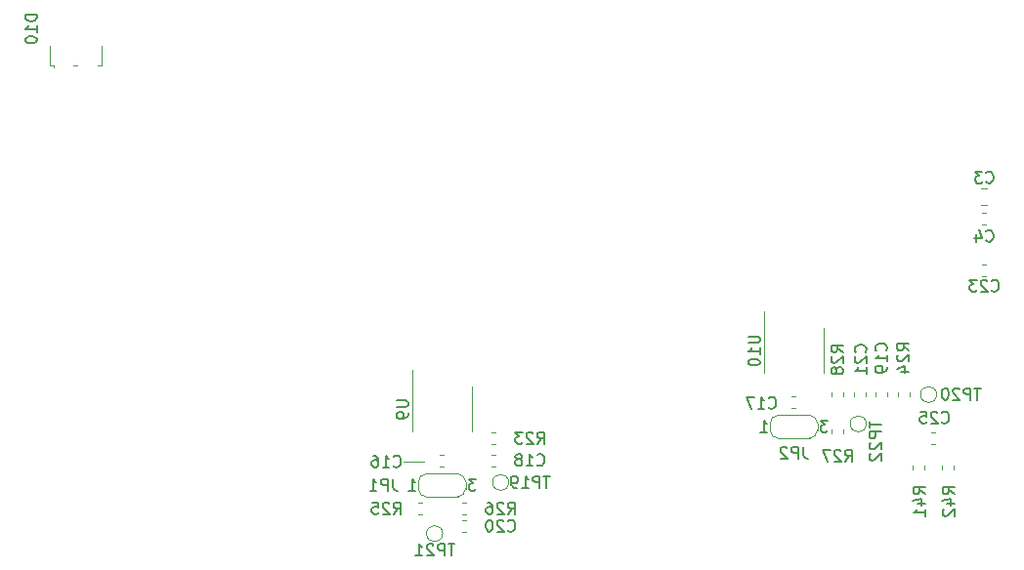
<source format=gbo>
G04 #@! TF.GenerationSoftware,KiCad,Pcbnew,(5.1.2)-1*
G04 #@! TF.CreationDate,2020-04-21T09:17:00+09:00*
G04 #@! TF.ProjectId,InverterBoard,496e7665-7274-4657-9242-6f6172642e6b,rev?*
G04 #@! TF.SameCoordinates,Original*
G04 #@! TF.FileFunction,Legend,Bot*
G04 #@! TF.FilePolarity,Positive*
%FSLAX46Y46*%
G04 Gerber Fmt 4.6, Leading zero omitted, Abs format (unit mm)*
G04 Created by KiCad (PCBNEW (5.1.2)-1) date 2020-04-21 09:17:00*
%MOMM*%
%LPD*%
G04 APERTURE LIST*
%ADD10C,0.120000*%
%ADD11C,0.150000*%
G04 APERTURE END LIST*
D10*
X-8382000Y-26162000D02*
X-6604000Y-26162000D01*
X-5242779Y-25525000D02*
X-4917221Y-25525000D01*
X-5242779Y-26545000D02*
X-4917221Y-26545000D01*
X25237221Y-20445000D02*
X25562779Y-20445000D01*
X25237221Y-21465000D02*
X25562779Y-21465000D01*
X-472221Y-25525000D02*
X-797779Y-25525000D01*
X-472221Y-26545000D02*
X-797779Y-26545000D01*
X33530000Y-20482779D02*
X33530000Y-20157221D01*
X32510000Y-20482779D02*
X32510000Y-20157221D01*
X-3337779Y-31240000D02*
X-3012221Y-31240000D01*
X-3337779Y-32260000D02*
X-3012221Y-32260000D01*
X30605000Y-20482779D02*
X30605000Y-20157221D01*
X31625000Y-20482779D02*
X31625000Y-20157221D01*
X42072779Y-9015000D02*
X41747221Y-9015000D01*
X42072779Y-10035000D02*
X41747221Y-10035000D01*
X37302221Y-23620000D02*
X37627779Y-23620000D01*
X37302221Y-24640000D02*
X37627779Y-24640000D01*
X-34570000Y8270000D02*
X-34910000Y8270000D01*
X-38750000Y8270000D02*
X-39090000Y8270000D01*
X-39090000Y8270000D02*
X-39090000Y9930000D01*
X-34570000Y9930000D02*
X-34570000Y8270000D01*
X-38750000Y8030000D02*
X-38750000Y8270000D01*
X-36990000Y8270000D02*
X-36670000Y8270000D01*
X-7130000Y-28494000D02*
G75*
G03X-6430000Y-29194000I700000J0D01*
G01*
X-6430000Y-27194000D02*
G75*
G03X-7130000Y-27894000I0J-700000D01*
G01*
X-3030000Y-27894000D02*
G75*
G03X-3730000Y-27194000I-700000J0D01*
G01*
X-3730000Y-29194000D02*
G75*
G03X-3030000Y-28494000I0J700000D01*
G01*
X-6480000Y-29194000D02*
X-3680000Y-29194000D01*
X-3030000Y-28494000D02*
X-3030000Y-27894000D01*
X-3680000Y-27194000D02*
X-6480000Y-27194000D01*
X-7130000Y-27894000D02*
X-7130000Y-28494000D01*
X23350000Y-22814000D02*
X23350000Y-23414000D01*
X26800000Y-22114000D02*
X24000000Y-22114000D01*
X27450000Y-23414000D02*
X27450000Y-22814000D01*
X24000000Y-24114000D02*
X26800000Y-24114000D01*
X26750000Y-24114000D02*
G75*
G03X27450000Y-23414000I0J700000D01*
G01*
X27450000Y-22814000D02*
G75*
G03X26750000Y-22114000I-700000J0D01*
G01*
X24050000Y-22114000D02*
G75*
G03X23350000Y-22814000I0J-700000D01*
G01*
X23350000Y-23414000D02*
G75*
G03X24050000Y-24114000I700000J0D01*
G01*
X-472221Y-24640000D02*
X-797779Y-24640000D01*
X-472221Y-23620000D02*
X-797779Y-23620000D01*
X35435000Y-20482779D02*
X35435000Y-20157221D01*
X34415000Y-20482779D02*
X34415000Y-20157221D01*
X-7147779Y-29716000D02*
X-6822221Y-29716000D01*
X-7147779Y-30736000D02*
X-6822221Y-30736000D01*
X-3337779Y-30736000D02*
X-3012221Y-30736000D01*
X-3337779Y-29716000D02*
X-3012221Y-29716000D01*
X28700000Y-23657779D02*
X28700000Y-23332221D01*
X29720000Y-23657779D02*
X29720000Y-23332221D01*
X29720000Y-20482779D02*
X29720000Y-20157221D01*
X28700000Y-20482779D02*
X28700000Y-20157221D01*
X35685000Y-26507221D02*
X35685000Y-26832779D01*
X36705000Y-26507221D02*
X36705000Y-26832779D01*
X39245000Y-26507221D02*
X39245000Y-26832779D01*
X38225000Y-26507221D02*
X38225000Y-26832779D01*
X-7640000Y-21590000D02*
X-7640000Y-18140000D01*
X-7640000Y-21590000D02*
X-7640000Y-23540000D01*
X-2520000Y-21590000D02*
X-2520000Y-19640000D01*
X-2520000Y-21590000D02*
X-2520000Y-23540000D01*
X22840000Y-16510000D02*
X22840000Y-13060000D01*
X22840000Y-16510000D02*
X22840000Y-18460000D01*
X27960000Y-16510000D02*
X27960000Y-14560000D01*
X27960000Y-16510000D02*
X27960000Y-18460000D01*
X42168578Y-2465000D02*
X41651422Y-2465000D01*
X42168578Y-3885000D02*
X41651422Y-3885000D01*
X42072779Y-4570000D02*
X41747221Y-4570000D01*
X42072779Y-5590000D02*
X41747221Y-5590000D01*
X700000Y-27940000D02*
G75*
G03X700000Y-27940000I-700000J0D01*
G01*
X37784000Y-20320000D02*
G75*
G03X37784000Y-20320000I-700000J0D01*
G01*
X-5015000Y-32385000D02*
G75*
G03X-5015000Y-32385000I-700000J0D01*
G01*
X31688000Y-22860000D02*
G75*
G03X31688000Y-22860000I-700000J0D01*
G01*
D11*
X-9263142Y-26519142D02*
X-9215523Y-26566761D01*
X-9072666Y-26614380D01*
X-8977428Y-26614380D01*
X-8834571Y-26566761D01*
X-8739333Y-26471523D01*
X-8691714Y-26376285D01*
X-8644095Y-26185809D01*
X-8644095Y-26042952D01*
X-8691714Y-25852476D01*
X-8739333Y-25757238D01*
X-8834571Y-25662000D01*
X-8977428Y-25614380D01*
X-9072666Y-25614380D01*
X-9215523Y-25662000D01*
X-9263142Y-25709619D01*
X-10215523Y-26614380D02*
X-9644095Y-26614380D01*
X-9929809Y-26614380D02*
X-9929809Y-25614380D01*
X-9834571Y-25757238D01*
X-9739333Y-25852476D01*
X-9644095Y-25900095D01*
X-11072666Y-25614380D02*
X-10882190Y-25614380D01*
X-10786952Y-25662000D01*
X-10739333Y-25709619D01*
X-10644095Y-25852476D01*
X-10596476Y-26042952D01*
X-10596476Y-26423904D01*
X-10644095Y-26519142D01*
X-10691714Y-26566761D01*
X-10786952Y-26614380D01*
X-10977428Y-26614380D01*
X-11072666Y-26566761D01*
X-11120285Y-26519142D01*
X-11167904Y-26423904D01*
X-11167904Y-26185809D01*
X-11120285Y-26090571D01*
X-11072666Y-26042952D01*
X-10977428Y-25995333D01*
X-10786952Y-25995333D01*
X-10691714Y-26042952D01*
X-10644095Y-26090571D01*
X-10596476Y-26185809D01*
X23248857Y-21439142D02*
X23296476Y-21486761D01*
X23439333Y-21534380D01*
X23534571Y-21534380D01*
X23677428Y-21486761D01*
X23772666Y-21391523D01*
X23820285Y-21296285D01*
X23867904Y-21105809D01*
X23867904Y-20962952D01*
X23820285Y-20772476D01*
X23772666Y-20677238D01*
X23677428Y-20582000D01*
X23534571Y-20534380D01*
X23439333Y-20534380D01*
X23296476Y-20582000D01*
X23248857Y-20629619D01*
X22296476Y-21534380D02*
X22867904Y-21534380D01*
X22582190Y-21534380D02*
X22582190Y-20534380D01*
X22677428Y-20677238D01*
X22772666Y-20772476D01*
X22867904Y-20820095D01*
X21963142Y-20534380D02*
X21296476Y-20534380D01*
X21725047Y-21534380D01*
X3182857Y-26392142D02*
X3230476Y-26439761D01*
X3373333Y-26487380D01*
X3468571Y-26487380D01*
X3611428Y-26439761D01*
X3706666Y-26344523D01*
X3754285Y-26249285D01*
X3801904Y-26058809D01*
X3801904Y-25915952D01*
X3754285Y-25725476D01*
X3706666Y-25630238D01*
X3611428Y-25535000D01*
X3468571Y-25487380D01*
X3373333Y-25487380D01*
X3230476Y-25535000D01*
X3182857Y-25582619D01*
X2230476Y-26487380D02*
X2801904Y-26487380D01*
X2516190Y-26487380D02*
X2516190Y-25487380D01*
X2611428Y-25630238D01*
X2706666Y-25725476D01*
X2801904Y-25773095D01*
X1659047Y-25915952D02*
X1754285Y-25868333D01*
X1801904Y-25820714D01*
X1849523Y-25725476D01*
X1849523Y-25677857D01*
X1801904Y-25582619D01*
X1754285Y-25535000D01*
X1659047Y-25487380D01*
X1468571Y-25487380D01*
X1373333Y-25535000D01*
X1325714Y-25582619D01*
X1278095Y-25677857D01*
X1278095Y-25725476D01*
X1325714Y-25820714D01*
X1373333Y-25868333D01*
X1468571Y-25915952D01*
X1659047Y-25915952D01*
X1754285Y-25963571D01*
X1801904Y-26011190D01*
X1849523Y-26106428D01*
X1849523Y-26296904D01*
X1801904Y-26392142D01*
X1754285Y-26439761D01*
X1659047Y-26487380D01*
X1468571Y-26487380D01*
X1373333Y-26439761D01*
X1325714Y-26392142D01*
X1278095Y-26296904D01*
X1278095Y-26106428D01*
X1325714Y-26011190D01*
X1373333Y-25963571D01*
X1468571Y-25915952D01*
X33377142Y-16502142D02*
X33424761Y-16454523D01*
X33472380Y-16311666D01*
X33472380Y-16216428D01*
X33424761Y-16073571D01*
X33329523Y-15978333D01*
X33234285Y-15930714D01*
X33043809Y-15883095D01*
X32900952Y-15883095D01*
X32710476Y-15930714D01*
X32615238Y-15978333D01*
X32520000Y-16073571D01*
X32472380Y-16216428D01*
X32472380Y-16311666D01*
X32520000Y-16454523D01*
X32567619Y-16502142D01*
X33472380Y-17454523D02*
X33472380Y-16883095D01*
X33472380Y-17168809D02*
X32472380Y-17168809D01*
X32615238Y-17073571D01*
X32710476Y-16978333D01*
X32758095Y-16883095D01*
X33472380Y-17930714D02*
X33472380Y-18121190D01*
X33424761Y-18216428D01*
X33377142Y-18264047D01*
X33234285Y-18359285D01*
X33043809Y-18406904D01*
X32662857Y-18406904D01*
X32567619Y-18359285D01*
X32520000Y-18311666D01*
X32472380Y-18216428D01*
X32472380Y-18025952D01*
X32520000Y-17930714D01*
X32567619Y-17883095D01*
X32662857Y-17835476D01*
X32900952Y-17835476D01*
X32996190Y-17883095D01*
X33043809Y-17930714D01*
X33091428Y-18025952D01*
X33091428Y-18216428D01*
X33043809Y-18311666D01*
X32996190Y-18359285D01*
X32900952Y-18406904D01*
X642857Y-32107142D02*
X690476Y-32154761D01*
X833333Y-32202380D01*
X928571Y-32202380D01*
X1071428Y-32154761D01*
X1166666Y-32059523D01*
X1214285Y-31964285D01*
X1261904Y-31773809D01*
X1261904Y-31630952D01*
X1214285Y-31440476D01*
X1166666Y-31345238D01*
X1071428Y-31250000D01*
X928571Y-31202380D01*
X833333Y-31202380D01*
X690476Y-31250000D01*
X642857Y-31297619D01*
X261904Y-31297619D02*
X214285Y-31250000D01*
X119047Y-31202380D01*
X-119047Y-31202380D01*
X-214285Y-31250000D01*
X-261904Y-31297619D01*
X-309523Y-31392857D01*
X-309523Y-31488095D01*
X-261904Y-31630952D01*
X309523Y-32202380D01*
X-309523Y-32202380D01*
X-928571Y-31202380D02*
X-1023809Y-31202380D01*
X-1119047Y-31250000D01*
X-1166666Y-31297619D01*
X-1214285Y-31392857D01*
X-1261904Y-31583333D01*
X-1261904Y-31821428D01*
X-1214285Y-32011904D01*
X-1166666Y-32107142D01*
X-1119047Y-32154761D01*
X-1023809Y-32202380D01*
X-928571Y-32202380D01*
X-833333Y-32154761D01*
X-785714Y-32107142D01*
X-738095Y-32011904D01*
X-690476Y-31821428D01*
X-690476Y-31583333D01*
X-738095Y-31392857D01*
X-785714Y-31297619D01*
X-833333Y-31250000D01*
X-928571Y-31202380D01*
X31599142Y-16629142D02*
X31646761Y-16581523D01*
X31694380Y-16438666D01*
X31694380Y-16343428D01*
X31646761Y-16200571D01*
X31551523Y-16105333D01*
X31456285Y-16057714D01*
X31265809Y-16010095D01*
X31122952Y-16010095D01*
X30932476Y-16057714D01*
X30837238Y-16105333D01*
X30742000Y-16200571D01*
X30694380Y-16343428D01*
X30694380Y-16438666D01*
X30742000Y-16581523D01*
X30789619Y-16629142D01*
X30789619Y-17010095D02*
X30742000Y-17057714D01*
X30694380Y-17152952D01*
X30694380Y-17391047D01*
X30742000Y-17486285D01*
X30789619Y-17533904D01*
X30884857Y-17581523D01*
X30980095Y-17581523D01*
X31122952Y-17533904D01*
X31694380Y-16962476D01*
X31694380Y-17581523D01*
X31694380Y-18533904D02*
X31694380Y-17962476D01*
X31694380Y-18248190D02*
X30694380Y-18248190D01*
X30837238Y-18152952D01*
X30932476Y-18057714D01*
X30980095Y-17962476D01*
X42552857Y-11279142D02*
X42600476Y-11326761D01*
X42743333Y-11374380D01*
X42838571Y-11374380D01*
X42981428Y-11326761D01*
X43076666Y-11231523D01*
X43124285Y-11136285D01*
X43171904Y-10945809D01*
X43171904Y-10802952D01*
X43124285Y-10612476D01*
X43076666Y-10517238D01*
X42981428Y-10422000D01*
X42838571Y-10374380D01*
X42743333Y-10374380D01*
X42600476Y-10422000D01*
X42552857Y-10469619D01*
X42171904Y-10469619D02*
X42124285Y-10422000D01*
X42029047Y-10374380D01*
X41790952Y-10374380D01*
X41695714Y-10422000D01*
X41648095Y-10469619D01*
X41600476Y-10564857D01*
X41600476Y-10660095D01*
X41648095Y-10802952D01*
X42219523Y-11374380D01*
X41600476Y-11374380D01*
X41267142Y-10374380D02*
X40648095Y-10374380D01*
X40981428Y-10755333D01*
X40838571Y-10755333D01*
X40743333Y-10802952D01*
X40695714Y-10850571D01*
X40648095Y-10945809D01*
X40648095Y-11183904D01*
X40695714Y-11279142D01*
X40743333Y-11326761D01*
X40838571Y-11374380D01*
X41124285Y-11374380D01*
X41219523Y-11326761D01*
X41267142Y-11279142D01*
X38234857Y-22709142D02*
X38282476Y-22756761D01*
X38425333Y-22804380D01*
X38520571Y-22804380D01*
X38663428Y-22756761D01*
X38758666Y-22661523D01*
X38806285Y-22566285D01*
X38853904Y-22375809D01*
X38853904Y-22232952D01*
X38806285Y-22042476D01*
X38758666Y-21947238D01*
X38663428Y-21852000D01*
X38520571Y-21804380D01*
X38425333Y-21804380D01*
X38282476Y-21852000D01*
X38234857Y-21899619D01*
X37853904Y-21899619D02*
X37806285Y-21852000D01*
X37711047Y-21804380D01*
X37472952Y-21804380D01*
X37377714Y-21852000D01*
X37330095Y-21899619D01*
X37282476Y-21994857D01*
X37282476Y-22090095D01*
X37330095Y-22232952D01*
X37901523Y-22804380D01*
X37282476Y-22804380D01*
X36377714Y-21804380D02*
X36853904Y-21804380D01*
X36901523Y-22280571D01*
X36853904Y-22232952D01*
X36758666Y-22185333D01*
X36520571Y-22185333D01*
X36425333Y-22232952D01*
X36377714Y-22280571D01*
X36330095Y-22375809D01*
X36330095Y-22613904D01*
X36377714Y-22709142D01*
X36425333Y-22756761D01*
X36520571Y-22804380D01*
X36758666Y-22804380D01*
X36853904Y-22756761D01*
X36901523Y-22709142D01*
X-40187619Y12644285D02*
X-41187619Y12644285D01*
X-41187619Y12406190D01*
X-41140000Y12263333D01*
X-41044761Y12168095D01*
X-40949523Y12120476D01*
X-40759047Y12072857D01*
X-40616190Y12072857D01*
X-40425714Y12120476D01*
X-40330476Y12168095D01*
X-40235238Y12263333D01*
X-40187619Y12406190D01*
X-40187619Y12644285D01*
X-40187619Y11120476D02*
X-40187619Y11691904D01*
X-40187619Y11406190D02*
X-41187619Y11406190D01*
X-41044761Y11501428D01*
X-40949523Y11596666D01*
X-40901904Y11691904D01*
X-41187619Y10501428D02*
X-41187619Y10406190D01*
X-41140000Y10310952D01*
X-41092380Y10263333D01*
X-40997142Y10215714D01*
X-40806666Y10168095D01*
X-40568571Y10168095D01*
X-40378095Y10215714D01*
X-40282857Y10263333D01*
X-40235238Y10310952D01*
X-40187619Y10406190D01*
X-40187619Y10501428D01*
X-40235238Y10596666D01*
X-40282857Y10644285D01*
X-40378095Y10691904D01*
X-40568571Y10739523D01*
X-40806666Y10739523D01*
X-40997142Y10691904D01*
X-41092380Y10644285D01*
X-41140000Y10596666D01*
X-41187619Y10501428D01*
X-9326666Y-27646380D02*
X-9326666Y-28360666D01*
X-9279047Y-28503523D01*
X-9183809Y-28598761D01*
X-9040952Y-28646380D01*
X-8945714Y-28646380D01*
X-9802857Y-28646380D02*
X-9802857Y-27646380D01*
X-10183809Y-27646380D01*
X-10279047Y-27694000D01*
X-10326666Y-27741619D01*
X-10374285Y-27836857D01*
X-10374285Y-27979714D01*
X-10326666Y-28074952D01*
X-10279047Y-28122571D01*
X-10183809Y-28170190D01*
X-9802857Y-28170190D01*
X-11326666Y-28646380D02*
X-10755238Y-28646380D01*
X-11040952Y-28646380D02*
X-11040952Y-27646380D01*
X-10945714Y-27789238D01*
X-10850476Y-27884476D01*
X-10755238Y-27932095D01*
X-7965714Y-28646380D02*
X-7394285Y-28646380D01*
X-7679999Y-28646380D02*
X-7679999Y-27646380D01*
X-7584761Y-27789238D01*
X-7489523Y-27884476D01*
X-7394285Y-27932095D01*
X-2146666Y-27646380D02*
X-2765714Y-27646380D01*
X-2432380Y-28027333D01*
X-2575238Y-28027333D01*
X-2670476Y-28074952D01*
X-2718095Y-28122571D01*
X-2765714Y-28217809D01*
X-2765714Y-28455904D01*
X-2718095Y-28551142D01*
X-2670476Y-28598761D01*
X-2575238Y-28646380D01*
X-2289523Y-28646380D01*
X-2194285Y-28598761D01*
X-2146666Y-28551142D01*
X26233333Y-24852380D02*
X26233333Y-25566666D01*
X26280952Y-25709523D01*
X26376190Y-25804761D01*
X26519047Y-25852380D01*
X26614285Y-25852380D01*
X25757142Y-25852380D02*
X25757142Y-24852380D01*
X25376190Y-24852380D01*
X25280952Y-24900000D01*
X25233333Y-24947619D01*
X25185714Y-25042857D01*
X25185714Y-25185714D01*
X25233333Y-25280952D01*
X25280952Y-25328571D01*
X25376190Y-25376190D01*
X25757142Y-25376190D01*
X24804761Y-24947619D02*
X24757142Y-24900000D01*
X24661904Y-24852380D01*
X24423809Y-24852380D01*
X24328571Y-24900000D01*
X24280952Y-24947619D01*
X24233333Y-25042857D01*
X24233333Y-25138095D01*
X24280952Y-25280952D01*
X24852380Y-25852380D01*
X24233333Y-25852380D01*
X28333333Y-22566380D02*
X27714285Y-22566380D01*
X28047619Y-22947333D01*
X27904761Y-22947333D01*
X27809523Y-22994952D01*
X27761904Y-23042571D01*
X27714285Y-23137809D01*
X27714285Y-23375904D01*
X27761904Y-23471142D01*
X27809523Y-23518761D01*
X27904761Y-23566380D01*
X28190476Y-23566380D01*
X28285714Y-23518761D01*
X28333333Y-23471142D01*
X22514285Y-23566380D02*
X23085714Y-23566380D01*
X22800000Y-23566380D02*
X22800000Y-22566380D01*
X22895238Y-22709238D01*
X22990476Y-22804476D01*
X23085714Y-22852095D01*
X3182857Y-24582380D02*
X3516190Y-24106190D01*
X3754285Y-24582380D02*
X3754285Y-23582380D01*
X3373333Y-23582380D01*
X3278095Y-23630000D01*
X3230476Y-23677619D01*
X3182857Y-23772857D01*
X3182857Y-23915714D01*
X3230476Y-24010952D01*
X3278095Y-24058571D01*
X3373333Y-24106190D01*
X3754285Y-24106190D01*
X2801904Y-23677619D02*
X2754285Y-23630000D01*
X2659047Y-23582380D01*
X2420952Y-23582380D01*
X2325714Y-23630000D01*
X2278095Y-23677619D01*
X2230476Y-23772857D01*
X2230476Y-23868095D01*
X2278095Y-24010952D01*
X2849523Y-24582380D01*
X2230476Y-24582380D01*
X1897142Y-23582380D02*
X1278095Y-23582380D01*
X1611428Y-23963333D01*
X1468571Y-23963333D01*
X1373333Y-24010952D01*
X1325714Y-24058571D01*
X1278095Y-24153809D01*
X1278095Y-24391904D01*
X1325714Y-24487142D01*
X1373333Y-24534761D01*
X1468571Y-24582380D01*
X1754285Y-24582380D01*
X1849523Y-24534761D01*
X1897142Y-24487142D01*
X35377380Y-16502142D02*
X34901190Y-16168809D01*
X35377380Y-15930714D02*
X34377380Y-15930714D01*
X34377380Y-16311666D01*
X34425000Y-16406904D01*
X34472619Y-16454523D01*
X34567857Y-16502142D01*
X34710714Y-16502142D01*
X34805952Y-16454523D01*
X34853571Y-16406904D01*
X34901190Y-16311666D01*
X34901190Y-15930714D01*
X34472619Y-16883095D02*
X34425000Y-16930714D01*
X34377380Y-17025952D01*
X34377380Y-17264047D01*
X34425000Y-17359285D01*
X34472619Y-17406904D01*
X34567857Y-17454523D01*
X34663095Y-17454523D01*
X34805952Y-17406904D01*
X35377380Y-16835476D01*
X35377380Y-17454523D01*
X34710714Y-18311666D02*
X35377380Y-18311666D01*
X34329761Y-18073571D02*
X35044047Y-17835476D01*
X35044047Y-18454523D01*
X-9263142Y-30678380D02*
X-8929809Y-30202190D01*
X-8691714Y-30678380D02*
X-8691714Y-29678380D01*
X-9072666Y-29678380D01*
X-9167904Y-29726000D01*
X-9215523Y-29773619D01*
X-9263142Y-29868857D01*
X-9263142Y-30011714D01*
X-9215523Y-30106952D01*
X-9167904Y-30154571D01*
X-9072666Y-30202190D01*
X-8691714Y-30202190D01*
X-9644095Y-29773619D02*
X-9691714Y-29726000D01*
X-9786952Y-29678380D01*
X-10025047Y-29678380D01*
X-10120285Y-29726000D01*
X-10167904Y-29773619D01*
X-10215523Y-29868857D01*
X-10215523Y-29964095D01*
X-10167904Y-30106952D01*
X-9596476Y-30678380D01*
X-10215523Y-30678380D01*
X-11120285Y-29678380D02*
X-10644095Y-29678380D01*
X-10596476Y-30154571D01*
X-10644095Y-30106952D01*
X-10739333Y-30059333D01*
X-10977428Y-30059333D01*
X-11072666Y-30106952D01*
X-11120285Y-30154571D01*
X-11167904Y-30249809D01*
X-11167904Y-30487904D01*
X-11120285Y-30583142D01*
X-11072666Y-30630761D01*
X-10977428Y-30678380D01*
X-10739333Y-30678380D01*
X-10644095Y-30630761D01*
X-10596476Y-30583142D01*
X642857Y-30678380D02*
X976190Y-30202190D01*
X1214285Y-30678380D02*
X1214285Y-29678380D01*
X833333Y-29678380D01*
X738095Y-29726000D01*
X690476Y-29773619D01*
X642857Y-29868857D01*
X642857Y-30011714D01*
X690476Y-30106952D01*
X738095Y-30154571D01*
X833333Y-30202190D01*
X1214285Y-30202190D01*
X261904Y-29773619D02*
X214285Y-29726000D01*
X119047Y-29678380D01*
X-119047Y-29678380D01*
X-214285Y-29726000D01*
X-261904Y-29773619D01*
X-309523Y-29868857D01*
X-309523Y-29964095D01*
X-261904Y-30106952D01*
X309523Y-30678380D01*
X-309523Y-30678380D01*
X-1166666Y-29678380D02*
X-976190Y-29678380D01*
X-880952Y-29726000D01*
X-833333Y-29773619D01*
X-738095Y-29916476D01*
X-690476Y-30106952D01*
X-690476Y-30487904D01*
X-738095Y-30583142D01*
X-785714Y-30630761D01*
X-880952Y-30678380D01*
X-1071428Y-30678380D01*
X-1166666Y-30630761D01*
X-1214285Y-30583142D01*
X-1261904Y-30487904D01*
X-1261904Y-30249809D01*
X-1214285Y-30154571D01*
X-1166666Y-30106952D01*
X-1071428Y-30059333D01*
X-880952Y-30059333D01*
X-785714Y-30106952D01*
X-738095Y-30154571D01*
X-690476Y-30249809D01*
X29852857Y-26106380D02*
X30186190Y-25630190D01*
X30424285Y-26106380D02*
X30424285Y-25106380D01*
X30043333Y-25106380D01*
X29948095Y-25154000D01*
X29900476Y-25201619D01*
X29852857Y-25296857D01*
X29852857Y-25439714D01*
X29900476Y-25534952D01*
X29948095Y-25582571D01*
X30043333Y-25630190D01*
X30424285Y-25630190D01*
X29471904Y-25201619D02*
X29424285Y-25154000D01*
X29329047Y-25106380D01*
X29090952Y-25106380D01*
X28995714Y-25154000D01*
X28948095Y-25201619D01*
X28900476Y-25296857D01*
X28900476Y-25392095D01*
X28948095Y-25534952D01*
X29519523Y-26106380D01*
X28900476Y-26106380D01*
X28567142Y-25106380D02*
X27900476Y-25106380D01*
X28329047Y-26106380D01*
X29662380Y-16629142D02*
X29186190Y-16295809D01*
X29662380Y-16057714D02*
X28662380Y-16057714D01*
X28662380Y-16438666D01*
X28710000Y-16533904D01*
X28757619Y-16581523D01*
X28852857Y-16629142D01*
X28995714Y-16629142D01*
X29090952Y-16581523D01*
X29138571Y-16533904D01*
X29186190Y-16438666D01*
X29186190Y-16057714D01*
X28757619Y-17010095D02*
X28710000Y-17057714D01*
X28662380Y-17152952D01*
X28662380Y-17391047D01*
X28710000Y-17486285D01*
X28757619Y-17533904D01*
X28852857Y-17581523D01*
X28948095Y-17581523D01*
X29090952Y-17533904D01*
X29662380Y-16962476D01*
X29662380Y-17581523D01*
X29090952Y-18152952D02*
X29043333Y-18057714D01*
X28995714Y-18010095D01*
X28900476Y-17962476D01*
X28852857Y-17962476D01*
X28757619Y-18010095D01*
X28710000Y-18057714D01*
X28662380Y-18152952D01*
X28662380Y-18343428D01*
X28710000Y-18438666D01*
X28757619Y-18486285D01*
X28852857Y-18533904D01*
X28900476Y-18533904D01*
X28995714Y-18486285D01*
X29043333Y-18438666D01*
X29090952Y-18343428D01*
X29090952Y-18152952D01*
X29138571Y-18057714D01*
X29186190Y-18010095D01*
X29281428Y-17962476D01*
X29471904Y-17962476D01*
X29567142Y-18010095D01*
X29614761Y-18057714D01*
X29662380Y-18152952D01*
X29662380Y-18343428D01*
X29614761Y-18438666D01*
X29567142Y-18486285D01*
X29471904Y-18533904D01*
X29281428Y-18533904D01*
X29186190Y-18486285D01*
X29138571Y-18438666D01*
X29090952Y-18343428D01*
X36774380Y-28948142D02*
X36298190Y-28614809D01*
X36774380Y-28376714D02*
X35774380Y-28376714D01*
X35774380Y-28757666D01*
X35822000Y-28852904D01*
X35869619Y-28900523D01*
X35964857Y-28948142D01*
X36107714Y-28948142D01*
X36202952Y-28900523D01*
X36250571Y-28852904D01*
X36298190Y-28757666D01*
X36298190Y-28376714D01*
X36107714Y-29805285D02*
X36774380Y-29805285D01*
X35726761Y-29567190D02*
X36441047Y-29329095D01*
X36441047Y-29948142D01*
X36774380Y-30852904D02*
X36774380Y-30281476D01*
X36774380Y-30567190D02*
X35774380Y-30567190D01*
X35917238Y-30471952D01*
X36012476Y-30376714D01*
X36060095Y-30281476D01*
X39314380Y-28948142D02*
X38838190Y-28614809D01*
X39314380Y-28376714D02*
X38314380Y-28376714D01*
X38314380Y-28757666D01*
X38362000Y-28852904D01*
X38409619Y-28900523D01*
X38504857Y-28948142D01*
X38647714Y-28948142D01*
X38742952Y-28900523D01*
X38790571Y-28852904D01*
X38838190Y-28757666D01*
X38838190Y-28376714D01*
X38647714Y-29805285D02*
X39314380Y-29805285D01*
X38266761Y-29567190D02*
X38981047Y-29329095D01*
X38981047Y-29948142D01*
X38409619Y-30281476D02*
X38362000Y-30329095D01*
X38314380Y-30424333D01*
X38314380Y-30662428D01*
X38362000Y-30757666D01*
X38409619Y-30805285D01*
X38504857Y-30852904D01*
X38600095Y-30852904D01*
X38742952Y-30805285D01*
X39314380Y-30233857D01*
X39314380Y-30852904D01*
X-9027619Y-20828095D02*
X-8218095Y-20828095D01*
X-8122857Y-20875714D01*
X-8075238Y-20923333D01*
X-8027619Y-21018571D01*
X-8027619Y-21209047D01*
X-8075238Y-21304285D01*
X-8122857Y-21351904D01*
X-8218095Y-21399523D01*
X-9027619Y-21399523D01*
X-8027619Y-21923333D02*
X-8027619Y-22113809D01*
X-8075238Y-22209047D01*
X-8122857Y-22256666D01*
X-8265714Y-22351904D01*
X-8456190Y-22399523D01*
X-8837142Y-22399523D01*
X-8932380Y-22351904D01*
X-8980000Y-22304285D01*
X-9027619Y-22209047D01*
X-9027619Y-22018571D01*
X-8980000Y-21923333D01*
X-8932380Y-21875714D01*
X-8837142Y-21828095D01*
X-8599047Y-21828095D01*
X-8503809Y-21875714D01*
X-8456190Y-21923333D01*
X-8408571Y-22018571D01*
X-8408571Y-22209047D01*
X-8456190Y-22304285D01*
X-8503809Y-22351904D01*
X-8599047Y-22399523D01*
X21452380Y-15271904D02*
X22261904Y-15271904D01*
X22357142Y-15319523D01*
X22404761Y-15367142D01*
X22452380Y-15462380D01*
X22452380Y-15652857D01*
X22404761Y-15748095D01*
X22357142Y-15795714D01*
X22261904Y-15843333D01*
X21452380Y-15843333D01*
X22452380Y-16843333D02*
X22452380Y-16271904D01*
X22452380Y-16557619D02*
X21452380Y-16557619D01*
X21595238Y-16462380D01*
X21690476Y-16367142D01*
X21738095Y-16271904D01*
X21452380Y-17462380D02*
X21452380Y-17557619D01*
X21500000Y-17652857D01*
X21547619Y-17700476D01*
X21642857Y-17748095D01*
X21833333Y-17795714D01*
X22071428Y-17795714D01*
X22261904Y-17748095D01*
X22357142Y-17700476D01*
X22404761Y-17652857D01*
X22452380Y-17557619D01*
X22452380Y-17462380D01*
X22404761Y-17367142D01*
X22357142Y-17319523D01*
X22261904Y-17271904D01*
X22071428Y-17224285D01*
X21833333Y-17224285D01*
X21642857Y-17271904D01*
X21547619Y-17319523D01*
X21500000Y-17367142D01*
X21452380Y-17462380D01*
X42076666Y-1881142D02*
X42124285Y-1928761D01*
X42267142Y-1976380D01*
X42362380Y-1976380D01*
X42505238Y-1928761D01*
X42600476Y-1833523D01*
X42648095Y-1738285D01*
X42695714Y-1547809D01*
X42695714Y-1404952D01*
X42648095Y-1214476D01*
X42600476Y-1119238D01*
X42505238Y-1024000D01*
X42362380Y-976380D01*
X42267142Y-976380D01*
X42124285Y-1024000D01*
X42076666Y-1071619D01*
X41743333Y-976380D02*
X41124285Y-976380D01*
X41457619Y-1357333D01*
X41314761Y-1357333D01*
X41219523Y-1404952D01*
X41171904Y-1452571D01*
X41124285Y-1547809D01*
X41124285Y-1785904D01*
X41171904Y-1881142D01*
X41219523Y-1928761D01*
X41314761Y-1976380D01*
X41600476Y-1976380D01*
X41695714Y-1928761D01*
X41743333Y-1881142D01*
X42076666Y-6961142D02*
X42124285Y-7008761D01*
X42267142Y-7056380D01*
X42362380Y-7056380D01*
X42505238Y-7008761D01*
X42600476Y-6913523D01*
X42648095Y-6818285D01*
X42695714Y-6627809D01*
X42695714Y-6484952D01*
X42648095Y-6294476D01*
X42600476Y-6199238D01*
X42505238Y-6104000D01*
X42362380Y-6056380D01*
X42267142Y-6056380D01*
X42124285Y-6104000D01*
X42076666Y-6151619D01*
X41219523Y-6389714D02*
X41219523Y-7056380D01*
X41457619Y-6008761D02*
X41695714Y-6723047D01*
X41076666Y-6723047D01*
X4278095Y-27392380D02*
X3706666Y-27392380D01*
X3992380Y-28392380D02*
X3992380Y-27392380D01*
X3373333Y-28392380D02*
X3373333Y-27392380D01*
X2992380Y-27392380D01*
X2897142Y-27440000D01*
X2849523Y-27487619D01*
X2801904Y-27582857D01*
X2801904Y-27725714D01*
X2849523Y-27820952D01*
X2897142Y-27868571D01*
X2992380Y-27916190D01*
X3373333Y-27916190D01*
X1849523Y-28392380D02*
X2420952Y-28392380D01*
X2135238Y-28392380D02*
X2135238Y-27392380D01*
X2230476Y-27535238D01*
X2325714Y-27630476D01*
X2420952Y-27678095D01*
X1373333Y-28392380D02*
X1182857Y-28392380D01*
X1087619Y-28344761D01*
X1040000Y-28297142D01*
X944761Y-28154285D01*
X897142Y-27963809D01*
X897142Y-27582857D01*
X944761Y-27487619D01*
X992380Y-27440000D01*
X1087619Y-27392380D01*
X1278095Y-27392380D01*
X1373333Y-27440000D01*
X1420952Y-27487619D01*
X1468571Y-27582857D01*
X1468571Y-27820952D01*
X1420952Y-27916190D01*
X1373333Y-27963809D01*
X1278095Y-28011428D01*
X1087619Y-28011428D01*
X992380Y-27963809D01*
X944761Y-27916190D01*
X897142Y-27820952D01*
X41616095Y-19772380D02*
X41044666Y-19772380D01*
X41330380Y-20772380D02*
X41330380Y-19772380D01*
X40711333Y-20772380D02*
X40711333Y-19772380D01*
X40330380Y-19772380D01*
X40235142Y-19820000D01*
X40187523Y-19867619D01*
X40139904Y-19962857D01*
X40139904Y-20105714D01*
X40187523Y-20200952D01*
X40235142Y-20248571D01*
X40330380Y-20296190D01*
X40711333Y-20296190D01*
X39758952Y-19867619D02*
X39711333Y-19820000D01*
X39616095Y-19772380D01*
X39378000Y-19772380D01*
X39282761Y-19820000D01*
X39235142Y-19867619D01*
X39187523Y-19962857D01*
X39187523Y-20058095D01*
X39235142Y-20200952D01*
X39806571Y-20772380D01*
X39187523Y-20772380D01*
X38568476Y-19772380D02*
X38473238Y-19772380D01*
X38378000Y-19820000D01*
X38330380Y-19867619D01*
X38282761Y-19962857D01*
X38235142Y-20153333D01*
X38235142Y-20391428D01*
X38282761Y-20581904D01*
X38330380Y-20677142D01*
X38378000Y-20724761D01*
X38473238Y-20772380D01*
X38568476Y-20772380D01*
X38663714Y-20724761D01*
X38711333Y-20677142D01*
X38758952Y-20581904D01*
X38806571Y-20391428D01*
X38806571Y-20153333D01*
X38758952Y-19962857D01*
X38711333Y-19867619D01*
X38663714Y-19820000D01*
X38568476Y-19772380D01*
X-3976904Y-33285380D02*
X-4548333Y-33285380D01*
X-4262619Y-34285380D02*
X-4262619Y-33285380D01*
X-4881666Y-34285380D02*
X-4881666Y-33285380D01*
X-5262619Y-33285380D01*
X-5357857Y-33333000D01*
X-5405476Y-33380619D01*
X-5453095Y-33475857D01*
X-5453095Y-33618714D01*
X-5405476Y-33713952D01*
X-5357857Y-33761571D01*
X-5262619Y-33809190D01*
X-4881666Y-33809190D01*
X-5834047Y-33380619D02*
X-5881666Y-33333000D01*
X-5976904Y-33285380D01*
X-6215000Y-33285380D01*
X-6310238Y-33333000D01*
X-6357857Y-33380619D01*
X-6405476Y-33475857D01*
X-6405476Y-33571095D01*
X-6357857Y-33713952D01*
X-5786428Y-34285380D01*
X-6405476Y-34285380D01*
X-7357857Y-34285380D02*
X-6786428Y-34285380D01*
X-7072142Y-34285380D02*
X-7072142Y-33285380D01*
X-6976904Y-33428238D01*
X-6881666Y-33523476D01*
X-6786428Y-33571095D01*
X31964380Y-22645904D02*
X31964380Y-23217333D01*
X32964380Y-22931619D02*
X31964380Y-22931619D01*
X32964380Y-23550666D02*
X31964380Y-23550666D01*
X31964380Y-23931619D01*
X32012000Y-24026857D01*
X32059619Y-24074476D01*
X32154857Y-24122095D01*
X32297714Y-24122095D01*
X32392952Y-24074476D01*
X32440571Y-24026857D01*
X32488190Y-23931619D01*
X32488190Y-23550666D01*
X32059619Y-24503047D02*
X32012000Y-24550666D01*
X31964380Y-24645904D01*
X31964380Y-24884000D01*
X32012000Y-24979238D01*
X32059619Y-25026857D01*
X32154857Y-25074476D01*
X32250095Y-25074476D01*
X32392952Y-25026857D01*
X32964380Y-24455428D01*
X32964380Y-25074476D01*
X32059619Y-25455428D02*
X32012000Y-25503047D01*
X31964380Y-25598285D01*
X31964380Y-25836380D01*
X32012000Y-25931619D01*
X32059619Y-25979238D01*
X32154857Y-26026857D01*
X32250095Y-26026857D01*
X32392952Y-25979238D01*
X32964380Y-25407809D01*
X32964380Y-26026857D01*
M02*

</source>
